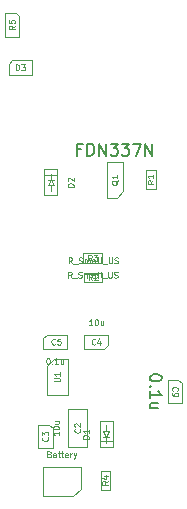
<source format=gbr>
G04 #@! TF.GenerationSoftware,KiCad,Pcbnew,(5.99.0-168-g9990dcc1b)*
G04 #@! TF.CreationDate,2019-12-17T14:25:07+03:00*
G04 #@! TF.ProjectId,SmartPartsIONBoard,536d6172-7450-4617-9274-73494f4e426f,rev?*
G04 #@! TF.SameCoordinates,Original*
G04 #@! TF.FileFunction,Other,Fab,Top*
%FSLAX46Y46*%
G04 Gerber Fmt 4.6, Leading zero omitted, Abs format (unit mm)*
G04 Created by KiCad (PCBNEW (5.99.0-168-g9990dcc1b)) date 2019-12-17 14:25:07*
%MOMM*%
%LPD*%
G04 APERTURE LIST*
%ADD10C,0.100000*%
%ADD11C,0.150000*%
%ADD12C,0.080000*%
%ADD13C,0.075000*%
G04 APERTURE END LIST*
D10*
X66110000Y-62000000D02*
X66110000Y-65100000D01*
X66110000Y-65100000D02*
X64310000Y-65100000D01*
X64310000Y-62650000D02*
X64310000Y-65100000D01*
X66110000Y-62000000D02*
X64960000Y-62000000D01*
X64310000Y-62650000D02*
X64960000Y-62000000D01*
X74550000Y-65790000D02*
X75750000Y-65790000D01*
X74550000Y-63790000D02*
X74550000Y-65790000D01*
X75450000Y-63790000D02*
X74550000Y-63790000D01*
X75750000Y-64090000D02*
X75450000Y-63790000D01*
X75750000Y-65790000D02*
X75750000Y-64090000D01*
X70780000Y-47800000D02*
X70780000Y-45350000D01*
X70230000Y-48370000D02*
X69380000Y-48370000D01*
X70780000Y-47800000D02*
X70230000Y-48370000D01*
X69380000Y-48370000D02*
X69380000Y-45330000D01*
X70780000Y-45330000D02*
X69380000Y-45330000D01*
X60790000Y-34725000D02*
X61990000Y-34725000D01*
X60790000Y-32725000D02*
X60790000Y-34725000D01*
X61690000Y-32725000D02*
X60790000Y-32725000D01*
X61990000Y-33025000D02*
X61690000Y-32725000D01*
X61990000Y-34725000D02*
X61990000Y-33025000D01*
X63090000Y-37950000D02*
X63090000Y-36750000D01*
X61090000Y-37950000D02*
X63090000Y-37950000D01*
X61090000Y-37050000D02*
X61090000Y-37950000D01*
X61390000Y-36750000D02*
X61090000Y-37050000D01*
X63090000Y-36750000D02*
X61390000Y-36750000D01*
X66010000Y-61180000D02*
X66010000Y-59980000D01*
X64010000Y-61180000D02*
X66010000Y-61180000D01*
X64010000Y-60280000D02*
X64010000Y-61180000D01*
X64310000Y-59980000D02*
X64010000Y-60280000D01*
X66010000Y-59980000D02*
X64310000Y-59980000D01*
X67510000Y-59980000D02*
X67510000Y-61180000D01*
X69510000Y-59980000D02*
X67510000Y-59980000D01*
X69510000Y-60880000D02*
X69510000Y-59980000D01*
X69210000Y-61180000D02*
X69510000Y-60880000D01*
X67510000Y-61180000D02*
X69210000Y-61180000D01*
X63610000Y-69580000D02*
X64810000Y-69580000D01*
X63610000Y-67580000D02*
X63610000Y-69580000D01*
X64510000Y-67580000D02*
X63610000Y-67580000D01*
X64810000Y-67880000D02*
X64510000Y-67580000D01*
X64810000Y-69580000D02*
X64810000Y-67880000D01*
X69680000Y-71490000D02*
X69680000Y-73090000D01*
X68880000Y-71490000D02*
X69680000Y-71490000D01*
X68880000Y-73090000D02*
X68880000Y-71490000D01*
X69680000Y-73090000D02*
X68880000Y-73090000D01*
X69020000Y-53890000D02*
X67420000Y-53890000D01*
X69020000Y-53090000D02*
X69020000Y-53890000D01*
X67420000Y-53090000D02*
X69020000Y-53090000D01*
X67420000Y-53890000D02*
X67420000Y-53090000D01*
X67440000Y-54730000D02*
X69040000Y-54730000D01*
X67440000Y-55530000D02*
X67440000Y-54730000D01*
X69040000Y-55530000D02*
X67440000Y-55530000D01*
X69040000Y-54730000D02*
X69040000Y-55530000D01*
X73530000Y-46022500D02*
X73530000Y-47622500D01*
X72730000Y-46022500D02*
X73530000Y-46022500D01*
X72730000Y-47622500D02*
X72730000Y-46022500D01*
X73530000Y-47622500D02*
X72730000Y-47622500D01*
X64110000Y-45980000D02*
X65210000Y-45980000D01*
X64110000Y-48180000D02*
X64110000Y-45980000D01*
X65210000Y-48180000D02*
X64110000Y-48180000D01*
X65210000Y-45980000D02*
X65210000Y-48180000D01*
X65210000Y-46480000D02*
X64110000Y-46480000D01*
X64910000Y-46830000D02*
X64410000Y-46830000D01*
X64660000Y-46830000D02*
X64660000Y-46330000D01*
X64410000Y-47330000D02*
X64660000Y-46830000D01*
X64910000Y-47330000D02*
X64410000Y-47330000D01*
X64660000Y-46830000D02*
X64910000Y-47330000D01*
X64660000Y-47330000D02*
X64660000Y-47830000D01*
X69900000Y-69490000D02*
X68800000Y-69490000D01*
X69900000Y-67290000D02*
X69900000Y-69490000D01*
X68800000Y-67290000D02*
X69900000Y-67290000D01*
X68800000Y-69490000D02*
X68800000Y-67290000D01*
X68800000Y-68990000D02*
X69900000Y-68990000D01*
X69100000Y-68640000D02*
X69600000Y-68640000D01*
X69350000Y-68640000D02*
X69350000Y-69140000D01*
X69600000Y-68140000D02*
X69350000Y-68640000D01*
X69100000Y-68140000D02*
X69600000Y-68140000D01*
X69350000Y-68640000D02*
X69100000Y-68140000D01*
X69350000Y-68140000D02*
X69350000Y-67640000D01*
X66140000Y-69460000D02*
X66140000Y-66260000D01*
X67740000Y-69460000D02*
X66140000Y-69460000D01*
X67740000Y-66260000D02*
X67740000Y-69460000D01*
X66140000Y-66260000D02*
X67740000Y-66260000D01*
X63980000Y-71150000D02*
X63980000Y-73650000D01*
X67180000Y-71150000D02*
X63980000Y-71150000D01*
X67180000Y-73025000D02*
X67180000Y-71150000D01*
X66555000Y-73650000D02*
X67180000Y-73025000D01*
X63980000Y-73650000D02*
X66555000Y-73650000D01*
X64936190Y-63930952D02*
X65340952Y-63930952D01*
X65388571Y-63907142D01*
X65412380Y-63883333D01*
X65436190Y-63835714D01*
X65436190Y-63740476D01*
X65412380Y-63692857D01*
X65388571Y-63669047D01*
X65340952Y-63645238D01*
X64936190Y-63645238D01*
X65436190Y-63145238D02*
X65436190Y-63430952D01*
X65436190Y-63288095D02*
X64936190Y-63288095D01*
X65007619Y-63335714D01*
X65055238Y-63383333D01*
X65079047Y-63430952D01*
D11*
X74047619Y-63575714D02*
X74047619Y-63670952D01*
X74000000Y-63766190D01*
X73952380Y-63813809D01*
X73857142Y-63861428D01*
X73666666Y-63909047D01*
X73428571Y-63909047D01*
X73238095Y-63861428D01*
X73142857Y-63813809D01*
X73095238Y-63766190D01*
X73047619Y-63670952D01*
X73047619Y-63575714D01*
X73095238Y-63480476D01*
X73142857Y-63432857D01*
X73238095Y-63385238D01*
X73428571Y-63337619D01*
X73666666Y-63337619D01*
X73857142Y-63385238D01*
X73952380Y-63432857D01*
X74000000Y-63480476D01*
X74047619Y-63575714D01*
X73142857Y-64337619D02*
X73095238Y-64385238D01*
X73047619Y-64337619D01*
X73095238Y-64290000D01*
X73142857Y-64337619D01*
X73047619Y-64337619D01*
X73047619Y-65337619D02*
X73047619Y-64766190D01*
X73047619Y-65051904D02*
X74047619Y-65051904D01*
X73904761Y-64956666D01*
X73809523Y-64861428D01*
X73761904Y-64766190D01*
X73714285Y-66194761D02*
X73047619Y-66194761D01*
X73714285Y-65766190D02*
X73190476Y-65766190D01*
X73095238Y-65813809D01*
X73047619Y-65909047D01*
X73047619Y-66051904D01*
X73095238Y-66147142D01*
X73142857Y-66194761D01*
D12*
X74971428Y-64706666D02*
X74947619Y-64682857D01*
X74923809Y-64611428D01*
X74923809Y-64563809D01*
X74947619Y-64492380D01*
X74995238Y-64444761D01*
X75042857Y-64420952D01*
X75138095Y-64397142D01*
X75209523Y-64397142D01*
X75304761Y-64420952D01*
X75352380Y-64444761D01*
X75400000Y-64492380D01*
X75423809Y-64563809D01*
X75423809Y-64611428D01*
X75400000Y-64682857D01*
X75376190Y-64706666D01*
X74923809Y-64944761D02*
X74923809Y-65040000D01*
X74947619Y-65087619D01*
X74971428Y-65111428D01*
X75042857Y-65159047D01*
X75138095Y-65182857D01*
X75328571Y-65182857D01*
X75376190Y-65159047D01*
X75400000Y-65135238D01*
X75423809Y-65087619D01*
X75423809Y-64992380D01*
X75400000Y-64944761D01*
X75376190Y-64920952D01*
X75328571Y-64897142D01*
X75209523Y-64897142D01*
X75161904Y-64920952D01*
X75138095Y-64944761D01*
X75114285Y-64992380D01*
X75114285Y-65087619D01*
X75138095Y-65135238D01*
X75161904Y-65159047D01*
X75209523Y-65182857D01*
D11*
X67246666Y-44278571D02*
X66913333Y-44278571D01*
X66913333Y-44802380D02*
X66913333Y-43802380D01*
X67389523Y-43802380D01*
X67770476Y-44802380D02*
X67770476Y-43802380D01*
X68008571Y-43802380D01*
X68151428Y-43850000D01*
X68246666Y-43945238D01*
X68294285Y-44040476D01*
X68341904Y-44230952D01*
X68341904Y-44373809D01*
X68294285Y-44564285D01*
X68246666Y-44659523D01*
X68151428Y-44754761D01*
X68008571Y-44802380D01*
X67770476Y-44802380D01*
X68770476Y-44802380D02*
X68770476Y-43802380D01*
X69341904Y-44802380D01*
X69341904Y-43802380D01*
X69722857Y-43802380D02*
X70341904Y-43802380D01*
X70008571Y-44183333D01*
X70151428Y-44183333D01*
X70246666Y-44230952D01*
X70294285Y-44278571D01*
X70341904Y-44373809D01*
X70341904Y-44611904D01*
X70294285Y-44707142D01*
X70246666Y-44754761D01*
X70151428Y-44802380D01*
X69865714Y-44802380D01*
X69770476Y-44754761D01*
X69722857Y-44707142D01*
X70675238Y-43802380D02*
X71294285Y-43802380D01*
X70960952Y-44183333D01*
X71103809Y-44183333D01*
X71199047Y-44230952D01*
X71246666Y-44278571D01*
X71294285Y-44373809D01*
X71294285Y-44611904D01*
X71246666Y-44707142D01*
X71199047Y-44754761D01*
X71103809Y-44802380D01*
X70818095Y-44802380D01*
X70722857Y-44754761D01*
X70675238Y-44707142D01*
X71627619Y-43802380D02*
X72294285Y-43802380D01*
X71865714Y-44802380D01*
X72675238Y-44802380D02*
X72675238Y-43802380D01*
X73246666Y-44802380D01*
X73246666Y-43802380D01*
D13*
X70353809Y-46897619D02*
X70330000Y-46945238D01*
X70282380Y-46992857D01*
X70210952Y-47064285D01*
X70187142Y-47111904D01*
X70187142Y-47159523D01*
X70306190Y-47135714D02*
X70282380Y-47183333D01*
X70234761Y-47230952D01*
X70139523Y-47254761D01*
X69972857Y-47254761D01*
X69877619Y-47230952D01*
X69830000Y-47183333D01*
X69806190Y-47135714D01*
X69806190Y-47040476D01*
X69830000Y-46992857D01*
X69877619Y-46945238D01*
X69972857Y-46921428D01*
X70139523Y-46921428D01*
X70234761Y-46945238D01*
X70282380Y-46992857D01*
X70306190Y-47040476D01*
X70306190Y-47135714D01*
X70306190Y-46445238D02*
X70306190Y-46730952D01*
X70306190Y-46588095D02*
X69806190Y-46588095D01*
X69877619Y-46635714D01*
X69925238Y-46683333D01*
X69949047Y-46730952D01*
D10*
X61616190Y-33808333D02*
X61378095Y-33975000D01*
X61616190Y-34094047D02*
X61116190Y-34094047D01*
X61116190Y-33903571D01*
X61140000Y-33855952D01*
X61163809Y-33832142D01*
X61211428Y-33808333D01*
X61282857Y-33808333D01*
X61330476Y-33832142D01*
X61354285Y-33855952D01*
X61378095Y-33903571D01*
X61378095Y-34094047D01*
X61116190Y-33355952D02*
X61116190Y-33594047D01*
X61354285Y-33617857D01*
X61330476Y-33594047D01*
X61306666Y-33546428D01*
X61306666Y-33427380D01*
X61330476Y-33379761D01*
X61354285Y-33355952D01*
X61401904Y-33332142D01*
X61520952Y-33332142D01*
X61568571Y-33355952D01*
X61592380Y-33379761D01*
X61616190Y-33427380D01*
X61616190Y-33546428D01*
X61592380Y-33594047D01*
X61568571Y-33617857D01*
X61720952Y-37576190D02*
X61720952Y-37076190D01*
X61840000Y-37076190D01*
X61911428Y-37100000D01*
X61959047Y-37147619D01*
X61982857Y-37195238D01*
X62006666Y-37290476D01*
X62006666Y-37361904D01*
X61982857Y-37457142D01*
X61959047Y-37504761D01*
X61911428Y-37552380D01*
X61840000Y-37576190D01*
X61720952Y-37576190D01*
X62173333Y-37076190D02*
X62482857Y-37076190D01*
X62316190Y-37266666D01*
X62387619Y-37266666D01*
X62435238Y-37290476D01*
X62459047Y-37314285D01*
X62482857Y-37361904D01*
X62482857Y-37480952D01*
X62459047Y-37528571D01*
X62435238Y-37552380D01*
X62387619Y-37576190D01*
X62244761Y-37576190D01*
X62197142Y-37552380D01*
X62173333Y-37528571D01*
X64402857Y-61956190D02*
X64450476Y-61956190D01*
X64498095Y-61980000D01*
X64521904Y-62003809D01*
X64545714Y-62051428D01*
X64569523Y-62146666D01*
X64569523Y-62265714D01*
X64545714Y-62360952D01*
X64521904Y-62408571D01*
X64498095Y-62432380D01*
X64450476Y-62456190D01*
X64402857Y-62456190D01*
X64355238Y-62432380D01*
X64331428Y-62408571D01*
X64307619Y-62360952D01*
X64283809Y-62265714D01*
X64283809Y-62146666D01*
X64307619Y-62051428D01*
X64331428Y-62003809D01*
X64355238Y-61980000D01*
X64402857Y-61956190D01*
X64783809Y-62408571D02*
X64807619Y-62432380D01*
X64783809Y-62456190D01*
X64760000Y-62432380D01*
X64783809Y-62408571D01*
X64783809Y-62456190D01*
X65283809Y-62456190D02*
X64998095Y-62456190D01*
X65140952Y-62456190D02*
X65140952Y-61956190D01*
X65093333Y-62027619D01*
X65045714Y-62075238D01*
X64998095Y-62099047D01*
X65712380Y-62122857D02*
X65712380Y-62456190D01*
X65498095Y-62122857D02*
X65498095Y-62384761D01*
X65521904Y-62432380D01*
X65569523Y-62456190D01*
X65640952Y-62456190D01*
X65688571Y-62432380D01*
X65712380Y-62408571D01*
X65026666Y-60758571D02*
X65002857Y-60782380D01*
X64931428Y-60806190D01*
X64883809Y-60806190D01*
X64812380Y-60782380D01*
X64764761Y-60734761D01*
X64740952Y-60687142D01*
X64717142Y-60591904D01*
X64717142Y-60520476D01*
X64740952Y-60425238D01*
X64764761Y-60377619D01*
X64812380Y-60330000D01*
X64883809Y-60306190D01*
X64931428Y-60306190D01*
X65002857Y-60330000D01*
X65026666Y-60353809D01*
X65479047Y-60306190D02*
X65240952Y-60306190D01*
X65217142Y-60544285D01*
X65240952Y-60520476D01*
X65288571Y-60496666D01*
X65407619Y-60496666D01*
X65455238Y-60520476D01*
X65479047Y-60544285D01*
X65502857Y-60591904D01*
X65502857Y-60710952D01*
X65479047Y-60758571D01*
X65455238Y-60782380D01*
X65407619Y-60806190D01*
X65288571Y-60806190D01*
X65240952Y-60782380D01*
X65217142Y-60758571D01*
X68188571Y-59156190D02*
X67902857Y-59156190D01*
X68045714Y-59156190D02*
X68045714Y-58656190D01*
X67998095Y-58727619D01*
X67950476Y-58775238D01*
X67902857Y-58799047D01*
X68498095Y-58656190D02*
X68545714Y-58656190D01*
X68593333Y-58680000D01*
X68617142Y-58703809D01*
X68640952Y-58751428D01*
X68664761Y-58846666D01*
X68664761Y-58965714D01*
X68640952Y-59060952D01*
X68617142Y-59108571D01*
X68593333Y-59132380D01*
X68545714Y-59156190D01*
X68498095Y-59156190D01*
X68450476Y-59132380D01*
X68426666Y-59108571D01*
X68402857Y-59060952D01*
X68379047Y-58965714D01*
X68379047Y-58846666D01*
X68402857Y-58751428D01*
X68426666Y-58703809D01*
X68450476Y-58680000D01*
X68498095Y-58656190D01*
X69093333Y-58822857D02*
X69093333Y-59156190D01*
X68879047Y-58822857D02*
X68879047Y-59084761D01*
X68902857Y-59132380D01*
X68950476Y-59156190D01*
X69021904Y-59156190D01*
X69069523Y-59132380D01*
X69093333Y-59108571D01*
X68426666Y-60758571D02*
X68402857Y-60782380D01*
X68331428Y-60806190D01*
X68283809Y-60806190D01*
X68212380Y-60782380D01*
X68164761Y-60734761D01*
X68140952Y-60687142D01*
X68117142Y-60591904D01*
X68117142Y-60520476D01*
X68140952Y-60425238D01*
X68164761Y-60377619D01*
X68212380Y-60330000D01*
X68283809Y-60306190D01*
X68331428Y-60306190D01*
X68402857Y-60330000D01*
X68426666Y-60353809D01*
X68855238Y-60472857D02*
X68855238Y-60806190D01*
X68736190Y-60282380D02*
X68617142Y-60639523D01*
X68926666Y-60639523D01*
X64388571Y-68663333D02*
X64412380Y-68687142D01*
X64436190Y-68758571D01*
X64436190Y-68806190D01*
X64412380Y-68877619D01*
X64364761Y-68925238D01*
X64317142Y-68949047D01*
X64221904Y-68972857D01*
X64150476Y-68972857D01*
X64055238Y-68949047D01*
X64007619Y-68925238D01*
X63960000Y-68877619D01*
X63936190Y-68806190D01*
X63936190Y-68758571D01*
X63960000Y-68687142D01*
X63983809Y-68663333D01*
X63936190Y-68496666D02*
X63936190Y-68187142D01*
X64126666Y-68353809D01*
X64126666Y-68282380D01*
X64150476Y-68234761D01*
X64174285Y-68210952D01*
X64221904Y-68187142D01*
X64340952Y-68187142D01*
X64388571Y-68210952D01*
X64412380Y-68234761D01*
X64436190Y-68282380D01*
X64436190Y-68425238D01*
X64412380Y-68472857D01*
X64388571Y-68496666D01*
X69506190Y-72373333D02*
X69268095Y-72540000D01*
X69506190Y-72659047D02*
X69006190Y-72659047D01*
X69006190Y-72468571D01*
X69030000Y-72420952D01*
X69053809Y-72397142D01*
X69101428Y-72373333D01*
X69172857Y-72373333D01*
X69220476Y-72397142D01*
X69244285Y-72420952D01*
X69268095Y-72468571D01*
X69268095Y-72659047D01*
X69172857Y-71944761D02*
X69506190Y-71944761D01*
X68982380Y-72063809D02*
X69339523Y-72182857D01*
X69339523Y-71873333D01*
X66434285Y-55146190D02*
X66267619Y-54908095D01*
X66148571Y-55146190D02*
X66148571Y-54646190D01*
X66339047Y-54646190D01*
X66386666Y-54670000D01*
X66410476Y-54693809D01*
X66434285Y-54741428D01*
X66434285Y-54812857D01*
X66410476Y-54860476D01*
X66386666Y-54884285D01*
X66339047Y-54908095D01*
X66148571Y-54908095D01*
X66529523Y-55193809D02*
X66910476Y-55193809D01*
X67005714Y-55122380D02*
X67077142Y-55146190D01*
X67196190Y-55146190D01*
X67243809Y-55122380D01*
X67267619Y-55098571D01*
X67291428Y-55050952D01*
X67291428Y-55003333D01*
X67267619Y-54955714D01*
X67243809Y-54931904D01*
X67196190Y-54908095D01*
X67100952Y-54884285D01*
X67053333Y-54860476D01*
X67029523Y-54836666D01*
X67005714Y-54789047D01*
X67005714Y-54741428D01*
X67029523Y-54693809D01*
X67053333Y-54670000D01*
X67100952Y-54646190D01*
X67220000Y-54646190D01*
X67291428Y-54670000D01*
X67505714Y-55146190D02*
X67505714Y-54812857D01*
X67505714Y-54860476D02*
X67529523Y-54836666D01*
X67577142Y-54812857D01*
X67648571Y-54812857D01*
X67696190Y-54836666D01*
X67720000Y-54884285D01*
X67720000Y-55146190D01*
X67720000Y-54884285D02*
X67743809Y-54836666D01*
X67791428Y-54812857D01*
X67862857Y-54812857D01*
X67910476Y-54836666D01*
X67934285Y-54884285D01*
X67934285Y-55146190D01*
X68386666Y-55146190D02*
X68386666Y-54884285D01*
X68362857Y-54836666D01*
X68315238Y-54812857D01*
X68220000Y-54812857D01*
X68172380Y-54836666D01*
X68386666Y-55122380D02*
X68339047Y-55146190D01*
X68220000Y-55146190D01*
X68172380Y-55122380D01*
X68148571Y-55074761D01*
X68148571Y-55027142D01*
X68172380Y-54979523D01*
X68220000Y-54955714D01*
X68339047Y-54955714D01*
X68386666Y-54931904D01*
X68696190Y-55146190D02*
X68648571Y-55122380D01*
X68624761Y-55074761D01*
X68624761Y-54646190D01*
X68958095Y-55146190D02*
X68910476Y-55122380D01*
X68886666Y-55074761D01*
X68886666Y-54646190D01*
X69029523Y-55193809D02*
X69410476Y-55193809D01*
X69529523Y-54646190D02*
X69529523Y-55050952D01*
X69553333Y-55098571D01*
X69577142Y-55122380D01*
X69624761Y-55146190D01*
X69720000Y-55146190D01*
X69767619Y-55122380D01*
X69791428Y-55098571D01*
X69815238Y-55050952D01*
X69815238Y-54646190D01*
X70029523Y-55122380D02*
X70100952Y-55146190D01*
X70220000Y-55146190D01*
X70267619Y-55122380D01*
X70291428Y-55098571D01*
X70315238Y-55050952D01*
X70315238Y-55003333D01*
X70291428Y-54955714D01*
X70267619Y-54931904D01*
X70220000Y-54908095D01*
X70124761Y-54884285D01*
X70077142Y-54860476D01*
X70053333Y-54836666D01*
X70029523Y-54789047D01*
X70029523Y-54741428D01*
X70053333Y-54693809D01*
X70077142Y-54670000D01*
X70124761Y-54646190D01*
X70243809Y-54646190D01*
X70315238Y-54670000D01*
X68136666Y-53716190D02*
X67970000Y-53478095D01*
X67850952Y-53716190D02*
X67850952Y-53216190D01*
X68041428Y-53216190D01*
X68089047Y-53240000D01*
X68112857Y-53263809D01*
X68136666Y-53311428D01*
X68136666Y-53382857D01*
X68112857Y-53430476D01*
X68089047Y-53454285D01*
X68041428Y-53478095D01*
X67850952Y-53478095D01*
X68303333Y-53216190D02*
X68612857Y-53216190D01*
X68446190Y-53406666D01*
X68517619Y-53406666D01*
X68565238Y-53430476D01*
X68589047Y-53454285D01*
X68612857Y-53501904D01*
X68612857Y-53620952D01*
X68589047Y-53668571D01*
X68565238Y-53692380D01*
X68517619Y-53716190D01*
X68374761Y-53716190D01*
X68327142Y-53692380D01*
X68303333Y-53668571D01*
X66454285Y-53926190D02*
X66287619Y-53688095D01*
X66168571Y-53926190D02*
X66168571Y-53426190D01*
X66359047Y-53426190D01*
X66406666Y-53450000D01*
X66430476Y-53473809D01*
X66454285Y-53521428D01*
X66454285Y-53592857D01*
X66430476Y-53640476D01*
X66406666Y-53664285D01*
X66359047Y-53688095D01*
X66168571Y-53688095D01*
X66549523Y-53973809D02*
X66930476Y-53973809D01*
X67025714Y-53902380D02*
X67097142Y-53926190D01*
X67216190Y-53926190D01*
X67263809Y-53902380D01*
X67287619Y-53878571D01*
X67311428Y-53830952D01*
X67311428Y-53783333D01*
X67287619Y-53735714D01*
X67263809Y-53711904D01*
X67216190Y-53688095D01*
X67120952Y-53664285D01*
X67073333Y-53640476D01*
X67049523Y-53616666D01*
X67025714Y-53569047D01*
X67025714Y-53521428D01*
X67049523Y-53473809D01*
X67073333Y-53450000D01*
X67120952Y-53426190D01*
X67240000Y-53426190D01*
X67311428Y-53450000D01*
X67525714Y-53926190D02*
X67525714Y-53592857D01*
X67525714Y-53640476D02*
X67549523Y-53616666D01*
X67597142Y-53592857D01*
X67668571Y-53592857D01*
X67716190Y-53616666D01*
X67740000Y-53664285D01*
X67740000Y-53926190D01*
X67740000Y-53664285D02*
X67763809Y-53616666D01*
X67811428Y-53592857D01*
X67882857Y-53592857D01*
X67930476Y-53616666D01*
X67954285Y-53664285D01*
X67954285Y-53926190D01*
X68406666Y-53926190D02*
X68406666Y-53664285D01*
X68382857Y-53616666D01*
X68335238Y-53592857D01*
X68240000Y-53592857D01*
X68192380Y-53616666D01*
X68406666Y-53902380D02*
X68359047Y-53926190D01*
X68240000Y-53926190D01*
X68192380Y-53902380D01*
X68168571Y-53854761D01*
X68168571Y-53807142D01*
X68192380Y-53759523D01*
X68240000Y-53735714D01*
X68359047Y-53735714D01*
X68406666Y-53711904D01*
X68716190Y-53926190D02*
X68668571Y-53902380D01*
X68644761Y-53854761D01*
X68644761Y-53426190D01*
X68978095Y-53926190D02*
X68930476Y-53902380D01*
X68906666Y-53854761D01*
X68906666Y-53426190D01*
X69049523Y-53973809D02*
X69430476Y-53973809D01*
X69549523Y-53426190D02*
X69549523Y-53830952D01*
X69573333Y-53878571D01*
X69597142Y-53902380D01*
X69644761Y-53926190D01*
X69740000Y-53926190D01*
X69787619Y-53902380D01*
X69811428Y-53878571D01*
X69835238Y-53830952D01*
X69835238Y-53426190D01*
X70049523Y-53902380D02*
X70120952Y-53926190D01*
X70240000Y-53926190D01*
X70287619Y-53902380D01*
X70311428Y-53878571D01*
X70335238Y-53830952D01*
X70335238Y-53783333D01*
X70311428Y-53735714D01*
X70287619Y-53711904D01*
X70240000Y-53688095D01*
X70144761Y-53664285D01*
X70097142Y-53640476D01*
X70073333Y-53616666D01*
X70049523Y-53569047D01*
X70049523Y-53521428D01*
X70073333Y-53473809D01*
X70097142Y-53450000D01*
X70144761Y-53426190D01*
X70263809Y-53426190D01*
X70335238Y-53450000D01*
X68156666Y-55356190D02*
X67990000Y-55118095D01*
X67870952Y-55356190D02*
X67870952Y-54856190D01*
X68061428Y-54856190D01*
X68109047Y-54880000D01*
X68132857Y-54903809D01*
X68156666Y-54951428D01*
X68156666Y-55022857D01*
X68132857Y-55070476D01*
X68109047Y-55094285D01*
X68061428Y-55118095D01*
X67870952Y-55118095D01*
X68347142Y-54903809D02*
X68370952Y-54880000D01*
X68418571Y-54856190D01*
X68537619Y-54856190D01*
X68585238Y-54880000D01*
X68609047Y-54903809D01*
X68632857Y-54951428D01*
X68632857Y-54999047D01*
X68609047Y-55070476D01*
X68323333Y-55356190D01*
X68632857Y-55356190D01*
X73356190Y-46905833D02*
X73118095Y-47072500D01*
X73356190Y-47191547D02*
X72856190Y-47191547D01*
X72856190Y-47001071D01*
X72880000Y-46953452D01*
X72903809Y-46929642D01*
X72951428Y-46905833D01*
X73022857Y-46905833D01*
X73070476Y-46929642D01*
X73094285Y-46953452D01*
X73118095Y-47001071D01*
X73118095Y-47191547D01*
X73356190Y-46429642D02*
X73356190Y-46715357D01*
X73356190Y-46572500D02*
X72856190Y-46572500D01*
X72927619Y-46620119D01*
X72975238Y-46667738D01*
X72999047Y-46715357D01*
X66586190Y-47449047D02*
X66086190Y-47449047D01*
X66086190Y-47330000D01*
X66110000Y-47258571D01*
X66157619Y-47210952D01*
X66205238Y-47187142D01*
X66300476Y-47163333D01*
X66371904Y-47163333D01*
X66467142Y-47187142D01*
X66514761Y-47210952D01*
X66562380Y-47258571D01*
X66586190Y-47330000D01*
X66586190Y-47449047D01*
X66133809Y-46972857D02*
X66110000Y-46949047D01*
X66086190Y-46901428D01*
X66086190Y-46782380D01*
X66110000Y-46734761D01*
X66133809Y-46710952D01*
X66181428Y-46687142D01*
X66229047Y-46687142D01*
X66300476Y-46710952D01*
X66586190Y-46996666D01*
X66586190Y-46687142D01*
X67876190Y-68759047D02*
X67376190Y-68759047D01*
X67376190Y-68640000D01*
X67400000Y-68568571D01*
X67447619Y-68520952D01*
X67495238Y-68497142D01*
X67590476Y-68473333D01*
X67661904Y-68473333D01*
X67757142Y-68497142D01*
X67804761Y-68520952D01*
X67852380Y-68568571D01*
X67876190Y-68640000D01*
X67876190Y-68759047D01*
X67876190Y-67997142D02*
X67876190Y-68282857D01*
X67876190Y-68140000D02*
X67376190Y-68140000D01*
X67447619Y-68187619D01*
X67495238Y-68235238D01*
X67519047Y-68282857D01*
X65346190Y-68181428D02*
X65346190Y-68467142D01*
X65346190Y-68324285D02*
X64846190Y-68324285D01*
X64917619Y-68371904D01*
X64965238Y-68419523D01*
X64989047Y-68467142D01*
X64846190Y-67871904D02*
X64846190Y-67824285D01*
X64870000Y-67776666D01*
X64893809Y-67752857D01*
X64941428Y-67729047D01*
X65036666Y-67705238D01*
X65155714Y-67705238D01*
X65250952Y-67729047D01*
X65298571Y-67752857D01*
X65322380Y-67776666D01*
X65346190Y-67824285D01*
X65346190Y-67871904D01*
X65322380Y-67919523D01*
X65298571Y-67943333D01*
X65250952Y-67967142D01*
X65155714Y-67990952D01*
X65036666Y-67990952D01*
X64941428Y-67967142D01*
X64893809Y-67943333D01*
X64870000Y-67919523D01*
X64846190Y-67871904D01*
X65012857Y-67276666D02*
X65346190Y-67276666D01*
X65012857Y-67490952D02*
X65274761Y-67490952D01*
X65322380Y-67467142D01*
X65346190Y-67419523D01*
X65346190Y-67348095D01*
X65322380Y-67300476D01*
X65298571Y-67276666D01*
X67118571Y-67943333D02*
X67142380Y-67967142D01*
X67166190Y-68038571D01*
X67166190Y-68086190D01*
X67142380Y-68157619D01*
X67094761Y-68205238D01*
X67047142Y-68229047D01*
X66951904Y-68252857D01*
X66880476Y-68252857D01*
X66785238Y-68229047D01*
X66737619Y-68205238D01*
X66690000Y-68157619D01*
X66666190Y-68086190D01*
X66666190Y-68038571D01*
X66690000Y-67967142D01*
X66713809Y-67943333D01*
X66713809Y-67752857D02*
X66690000Y-67729047D01*
X66666190Y-67681428D01*
X66666190Y-67562380D01*
X66690000Y-67514761D01*
X66713809Y-67490952D01*
X66761428Y-67467142D01*
X66809047Y-67467142D01*
X66880476Y-67490952D01*
X67166190Y-67776666D01*
X67166190Y-67467142D01*
X64544285Y-70084285D02*
X64615714Y-70108095D01*
X64639523Y-70131904D01*
X64663333Y-70179523D01*
X64663333Y-70250952D01*
X64639523Y-70298571D01*
X64615714Y-70322380D01*
X64568095Y-70346190D01*
X64377619Y-70346190D01*
X64377619Y-69846190D01*
X64544285Y-69846190D01*
X64591904Y-69870000D01*
X64615714Y-69893809D01*
X64639523Y-69941428D01*
X64639523Y-69989047D01*
X64615714Y-70036666D01*
X64591904Y-70060476D01*
X64544285Y-70084285D01*
X64377619Y-70084285D01*
X65091904Y-70346190D02*
X65091904Y-70084285D01*
X65068095Y-70036666D01*
X65020476Y-70012857D01*
X64925238Y-70012857D01*
X64877619Y-70036666D01*
X65091904Y-70322380D02*
X65044285Y-70346190D01*
X64925238Y-70346190D01*
X64877619Y-70322380D01*
X64853809Y-70274761D01*
X64853809Y-70227142D01*
X64877619Y-70179523D01*
X64925238Y-70155714D01*
X65044285Y-70155714D01*
X65091904Y-70131904D01*
X65258571Y-70012857D02*
X65449047Y-70012857D01*
X65330000Y-69846190D02*
X65330000Y-70274761D01*
X65353809Y-70322380D01*
X65401428Y-70346190D01*
X65449047Y-70346190D01*
X65544285Y-70012857D02*
X65734761Y-70012857D01*
X65615714Y-69846190D02*
X65615714Y-70274761D01*
X65639523Y-70322380D01*
X65687142Y-70346190D01*
X65734761Y-70346190D01*
X66091904Y-70322380D02*
X66044285Y-70346190D01*
X65949047Y-70346190D01*
X65901428Y-70322380D01*
X65877619Y-70274761D01*
X65877619Y-70084285D01*
X65901428Y-70036666D01*
X65949047Y-70012857D01*
X66044285Y-70012857D01*
X66091904Y-70036666D01*
X66115714Y-70084285D01*
X66115714Y-70131904D01*
X65877619Y-70179523D01*
X66330000Y-70346190D02*
X66330000Y-70012857D01*
X66330000Y-70108095D02*
X66353809Y-70060476D01*
X66377619Y-70036666D01*
X66425238Y-70012857D01*
X66472857Y-70012857D01*
X66591904Y-70012857D02*
X66710952Y-70346190D01*
X66830000Y-70012857D02*
X66710952Y-70346190D01*
X66663333Y-70465238D01*
X66639523Y-70489047D01*
X66591904Y-70512857D01*
M02*

</source>
